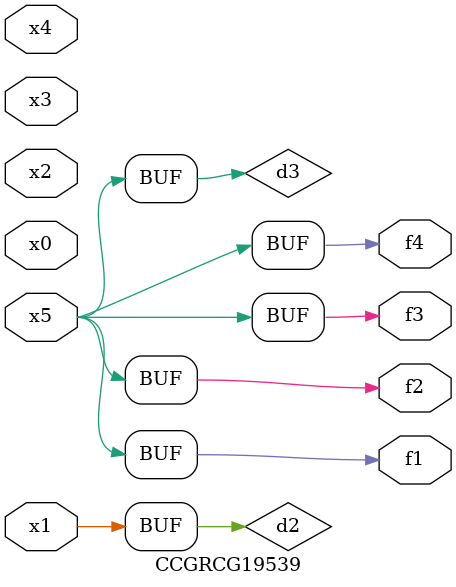
<source format=v>
module CCGRCG19539(
	input x0, x1, x2, x3, x4, x5,
	output f1, f2, f3, f4
);

	wire d1, d2, d3;

	not (d1, x5);
	or (d2, x1);
	xnor (d3, d1);
	assign f1 = d3;
	assign f2 = d3;
	assign f3 = d3;
	assign f4 = d3;
endmodule

</source>
